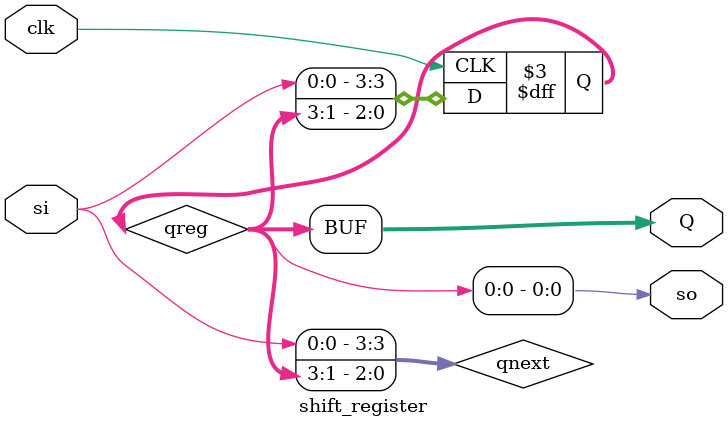
<source format=v>
`timescale 1ns / 1ps


module shift_register#(parameter n=4)(
                                                input clk,
                                                input si,
                                                output [n-1:0]Q,//if you care about output
                                                output so

    );
    reg  [n-1:0] qreg,qnext;
    always@(posedge clk)
    begin
        qreg<=qnext;
    end
    

    always@(si,qreg)
    begin
        qnext={si,qreg[n-1:1]};//righ shift
        //left shift
        //qnext={[n-2:0]:si};
    end
    
    assign Q=qreg;
    assign so=qreg[0];//right shift
endmodule

</source>
